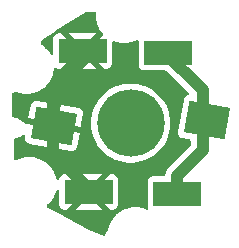
<source format=gbr>
%TF.GenerationSoftware,KiCad,Pcbnew,7.0.9-7.0.9~ubuntu22.04.1*%
%TF.CreationDate,2023-12-17T21:41:32+01:00*%
%TF.ProjectId,StarPCB,53746172-5043-4422-9e6b-696361645f70,rev?*%
%TF.SameCoordinates,Original*%
%TF.FileFunction,Copper,L1,Top*%
%TF.FilePolarity,Positive*%
%FSLAX46Y46*%
G04 Gerber Fmt 4.6, Leading zero omitted, Abs format (unit mm)*
G04 Created by KiCad (PCBNEW 7.0.9-7.0.9~ubuntu22.04.1) date 2023-12-17 21:41:32*
%MOMM*%
%LPD*%
G01*
G04 APERTURE LIST*
G04 Aperture macros list*
%AMRoundRect*
0 Rectangle with rounded corners*
0 $1 Rounding radius*
0 $2 $3 $4 $5 $6 $7 $8 $9 X,Y pos of 4 corners*
0 Add a 4 corners polygon primitive as box body*
4,1,4,$2,$3,$4,$5,$6,$7,$8,$9,$2,$3,0*
0 Add four circle primitives for the rounded corners*
1,1,$1+$1,$2,$3*
1,1,$1+$1,$4,$5*
1,1,$1+$1,$6,$7*
1,1,$1+$1,$8,$9*
0 Add four rect primitives between the rounded corners*
20,1,$1+$1,$2,$3,$4,$5,0*
20,1,$1+$1,$4,$5,$6,$7,0*
20,1,$1+$1,$6,$7,$8,$9,0*
20,1,$1+$1,$8,$9,$2,$3,0*%
%AMRotRect*
0 Rectangle, with rotation*
0 The origin of the aperture is its center*
0 $1 length*
0 $2 width*
0 $3 Rotation angle, in degrees counterclockwise*
0 Add horizontal line*
21,1,$1,$2,0,0,$3*%
G04 Aperture macros list end*
%TA.AperFunction,SMDPad,CuDef*%
%ADD10RoundRect,0.020000X-1.980000X-0.980000X1.980000X-0.980000X1.980000X0.980000X-1.980000X0.980000X0*%
%TD*%
%TA.AperFunction,SMDPad,CuDef*%
%ADD11RotRect,3.500000X2.700000X350.000000*%
%TD*%
%TA.AperFunction,SMDPad,CuDef*%
%ADD12C,5.700000*%
%TD*%
%TA.AperFunction,Conductor*%
%ADD13C,1.000000*%
%TD*%
%TA.AperFunction,Conductor*%
%ADD14C,0.250000*%
%TD*%
G04 APERTURE END LIST*
D10*
%TO.P,J1,1,Pin_1*%
%TO.N,VCC*%
X124839000Y-66677000D03*
%TD*%
D11*
%TO.P,D1,1,K*%
%TO.N,GND*%
X115178046Y-72870825D03*
%TO.P,D1,2,A*%
%TO.N,VCC*%
X128153954Y-72417175D03*
D12*
%TO.P,D1,3*%
%TO.N,N/C*%
X121666000Y-72644000D03*
%TD*%
D10*
%TO.P,J4,1,Pin_1*%
%TO.N,GND*%
X118110000Y-78486000D03*
%TD*%
%TO.P,J5,1,Pin_1*%
%TO.N,GND*%
X117602000Y-66548000D03*
%TD*%
%TO.P,J2,1,Pin_1*%
%TO.N,VCC*%
X125601000Y-78615000D03*
%TD*%
D13*
%TO.N,GND*%
X118489000Y-66423000D02*
X115062000Y-69850000D01*
X118110000Y-78236000D02*
X118110000Y-78486000D01*
X115062000Y-75188000D02*
X118110000Y-78236000D01*
X115062000Y-69850000D02*
X115062000Y-75188000D01*
%TO.N,VCC*%
X127762000Y-69854000D02*
X124331000Y-66423000D01*
X125601000Y-77091000D02*
X125601000Y-78615000D01*
X124585000Y-78615000D02*
X124585000Y-78107000D01*
X127762000Y-71294000D02*
X127762000Y-69854000D01*
X127762000Y-74930000D02*
X125601000Y-77091000D01*
D14*
X127762000Y-70866000D02*
X127762000Y-71294000D01*
D13*
X127762000Y-74930000D02*
X127762000Y-70866000D01*
%TD*%
%TA.AperFunction,Conductor*%
%TO.N,GND*%
G36*
X118717317Y-63236236D02*
G01*
X118752072Y-63268559D01*
X118753582Y-63270634D01*
X118777112Y-63336422D01*
X118774971Y-63367615D01*
X118773594Y-63374590D01*
X118773551Y-63374807D01*
X118773054Y-63377440D01*
X118773015Y-63377725D01*
X118766279Y-63414480D01*
X118766160Y-63415967D01*
X118764385Y-63426467D01*
X118764166Y-63427362D01*
X118762883Y-63435350D01*
X118761087Y-63446126D01*
X118761015Y-63447395D01*
X118758214Y-63465462D01*
X118758173Y-63465732D01*
X118757880Y-63467759D01*
X118757861Y-63467941D01*
X118755250Y-63486465D01*
X118754955Y-63487797D01*
X118753884Y-63496156D01*
X118753701Y-63497467D01*
X118753649Y-63498005D01*
X118750521Y-63522645D01*
X118750435Y-63523097D01*
X118750011Y-63526668D01*
X118749991Y-63526851D01*
X118746794Y-63555129D01*
X118746507Y-63557131D01*
X118746619Y-63559158D01*
X118749521Y-63670933D01*
X118749455Y-63672594D01*
X118749623Y-63675026D01*
X118749623Y-63675028D01*
X118749629Y-63675115D01*
X118749632Y-63675200D01*
X118749632Y-63675202D01*
X118749725Y-63677836D01*
X118749969Y-63679489D01*
X118758412Y-63787760D01*
X118758446Y-63789562D01*
X118758492Y-63789905D01*
X118758833Y-63793120D01*
X118758879Y-63793700D01*
X118759217Y-63795446D01*
X118773080Y-63901829D01*
X118773192Y-63903694D01*
X118773402Y-63904853D01*
X118773848Y-63907692D01*
X118773926Y-63908283D01*
X118774328Y-63909926D01*
X118793681Y-64015609D01*
X118793871Y-64017121D01*
X118794306Y-64019036D01*
X118794306Y-64019039D01*
X118794323Y-64019114D01*
X118794341Y-64019208D01*
X118794341Y-64019209D01*
X118794778Y-64021489D01*
X118795257Y-64023063D01*
X118819635Y-64126073D01*
X118819940Y-64127860D01*
X118820142Y-64128555D01*
X118820927Y-64131529D01*
X118821162Y-64132519D01*
X118821804Y-64134263D01*
X118823457Y-64139940D01*
X118851175Y-64235135D01*
X118851540Y-64236740D01*
X118852214Y-64238716D01*
X118852214Y-64238718D01*
X118852244Y-64238806D01*
X118852267Y-64238883D01*
X118852268Y-64238884D01*
X118853824Y-64244096D01*
X118855164Y-64247224D01*
X118887706Y-64341023D01*
X118888199Y-64342855D01*
X118888609Y-64343868D01*
X118889700Y-64346771D01*
X118890920Y-64350283D01*
X118892545Y-64353601D01*
X118929663Y-64445415D01*
X118930187Y-64447015D01*
X118931238Y-64449322D01*
X118931239Y-64449324D01*
X118931275Y-64449403D01*
X118931308Y-64449483D01*
X118931309Y-64449484D01*
X118932183Y-64451603D01*
X118932956Y-64453032D01*
X118976671Y-64547337D01*
X118977272Y-64548880D01*
X118978344Y-64550948D01*
X118981221Y-64557041D01*
X118983102Y-64560007D01*
X118988820Y-64570896D01*
X119028157Y-64645804D01*
X119028894Y-64647487D01*
X119029478Y-64648478D01*
X119030940Y-64651103D01*
X119031374Y-64651929D01*
X119032374Y-64653396D01*
X119085057Y-64742760D01*
X119085808Y-64744209D01*
X119086029Y-64744546D01*
X119087580Y-64747036D01*
X119089924Y-64751006D01*
X119092227Y-64753976D01*
X119143052Y-64831300D01*
X119144901Y-64834602D01*
X119146976Y-64837429D01*
X119148890Y-64840188D01*
X119149383Y-64840941D01*
X119150592Y-64842378D01*
X119211029Y-64925271D01*
X119211958Y-64926738D01*
X119213439Y-64928583D01*
X119213440Y-64928584D01*
X119213493Y-64928650D01*
X119213545Y-64928721D01*
X119217048Y-64933504D01*
X119219529Y-64936142D01*
X119280608Y-65011949D01*
X119281617Y-65013386D01*
X119283269Y-65015251D01*
X119287559Y-65020549D01*
X119290252Y-65023113D01*
X119302104Y-65036458D01*
X119331903Y-65099652D01*
X119322806Y-65168927D01*
X119297071Y-65206480D01*
X117955553Y-66547999D01*
X117955553Y-66548000D01*
X119455553Y-68048000D01*
X119622713Y-68048000D01*
X119706274Y-68037964D01*
X119706279Y-68037963D01*
X119839249Y-67985526D01*
X119839255Y-67985523D01*
X119953152Y-67899152D01*
X120039523Y-67785255D01*
X120039526Y-67785249D01*
X120091963Y-67652279D01*
X120091964Y-67652274D01*
X120102000Y-67568712D01*
X120102000Y-65819084D01*
X120121685Y-65752045D01*
X120174489Y-65706290D01*
X120243647Y-65696346D01*
X120270499Y-65703344D01*
X120279488Y-65706801D01*
X120283179Y-65708566D01*
X120286871Y-65709757D01*
X120290585Y-65711087D01*
X120295246Y-65712925D01*
X120299520Y-65713918D01*
X120389441Y-65743598D01*
X120393131Y-65745114D01*
X120396035Y-65745892D01*
X120399806Y-65747030D01*
X120404559Y-65748631D01*
X120408760Y-65749399D01*
X120500304Y-65774759D01*
X120504081Y-65776122D01*
X120507620Y-65776895D01*
X120511336Y-65777827D01*
X120515510Y-65779012D01*
X120519637Y-65779588D01*
X120618844Y-65801927D01*
X120620665Y-65802472D01*
X120621535Y-65802622D01*
X120624860Y-65803286D01*
X120629075Y-65804249D01*
X120633003Y-65804615D01*
X120729193Y-65821375D01*
X120733048Y-65822365D01*
X120737207Y-65822864D01*
X120740635Y-65823373D01*
X120746268Y-65824370D01*
X120750454Y-65824500D01*
X120847680Y-65836556D01*
X120851551Y-65837318D01*
X120854603Y-65837524D01*
X120858495Y-65837909D01*
X120863657Y-65838585D01*
X120868031Y-65838508D01*
X120966777Y-65845839D01*
X120970897Y-65846450D01*
X120973715Y-65846487D01*
X120978061Y-65846696D01*
X120982067Y-65847030D01*
X120986381Y-65846776D01*
X121087101Y-65849268D01*
X121091323Y-65849701D01*
X121094719Y-65849583D01*
X121099006Y-65849581D01*
X121103267Y-65849726D01*
X121107622Y-65849242D01*
X121208107Y-65846754D01*
X121212321Y-65846975D01*
X121215607Y-65846699D01*
X121220020Y-65846485D01*
X121223723Y-65846437D01*
X121228079Y-65845751D01*
X121326565Y-65838437D01*
X121330870Y-65838482D01*
X121335143Y-65837916D01*
X121339176Y-65837515D01*
X121343014Y-65837259D01*
X121347096Y-65836417D01*
X121436393Y-65825342D01*
X121450408Y-65823604D01*
X121452437Y-65823493D01*
X121452616Y-65823460D01*
X121456957Y-65822815D01*
X121460161Y-65822454D01*
X121464274Y-65821406D01*
X121559971Y-65804728D01*
X121564316Y-65804348D01*
X121568450Y-65803376D01*
X121572583Y-65802550D01*
X121576545Y-65801897D01*
X121580646Y-65800609D01*
X121674214Y-65779538D01*
X121678524Y-65778931D01*
X121682119Y-65777891D01*
X121686329Y-65776831D01*
X121689409Y-65776168D01*
X121693307Y-65774767D01*
X121785287Y-65749282D01*
X121789583Y-65748482D01*
X121793690Y-65747085D01*
X121797850Y-65745830D01*
X121801748Y-65744801D01*
X121805840Y-65743053D01*
X121894569Y-65713762D01*
X121898976Y-65712722D01*
X121902850Y-65711173D01*
X121907032Y-65709671D01*
X121911483Y-65708250D01*
X121915479Y-65706284D01*
X122002396Y-65672852D01*
X122006128Y-65671747D01*
X122010143Y-65669963D01*
X122013199Y-65668702D01*
X122018738Y-65666586D01*
X122022334Y-65664581D01*
X122107373Y-65627077D01*
X122111171Y-65625723D01*
X122113853Y-65624353D01*
X122117756Y-65622526D01*
X122121256Y-65621033D01*
X122124981Y-65618772D01*
X122159081Y-65601734D01*
X122227850Y-65589383D01*
X122292380Y-65616170D01*
X122332184Y-65673593D01*
X122338500Y-65712662D01*
X122338500Y-67697754D01*
X122347109Y-67769446D01*
X122348544Y-67781396D01*
X122401033Y-67914498D01*
X122401034Y-67914500D01*
X122401035Y-67914501D01*
X122487490Y-68028510D01*
X122586778Y-68103802D01*
X122601499Y-68114965D01*
X122601501Y-68114966D01*
X122668052Y-68141210D01*
X122734605Y-68167456D01*
X122818246Y-68177500D01*
X124619217Y-68177500D01*
X124686256Y-68197185D01*
X124706898Y-68213819D01*
X126585075Y-70091996D01*
X126618560Y-70153319D01*
X126613576Y-70223011D01*
X126571704Y-70278944D01*
X126519897Y-70301618D01*
X126503379Y-70304666D01*
X126503376Y-70304667D01*
X126374940Y-70369598D01*
X126374936Y-70369600D01*
X126269991Y-70468085D01*
X126197046Y-70592147D01*
X126197043Y-70592154D01*
X126180385Y-70649730D01*
X126180382Y-70649740D01*
X125694908Y-73403003D01*
X125694907Y-73403013D01*
X125692419Y-73439860D01*
X125690867Y-73462833D01*
X125716981Y-73604366D01*
X125781914Y-73732808D01*
X125880402Y-73837755D01*
X125938423Y-73871870D01*
X125978967Y-73895709D01*
X126004467Y-73910702D01*
X126025787Y-73916870D01*
X126062058Y-73927364D01*
X126062068Y-73927366D01*
X126482255Y-74001455D01*
X126659032Y-74032626D01*
X126721635Y-74063652D01*
X126757526Y-74123599D01*
X126761500Y-74154742D01*
X126761500Y-74464217D01*
X126741815Y-74531256D01*
X126725181Y-74551898D01*
X124902532Y-76374546D01*
X124837946Y-76435942D01*
X124802899Y-76486294D01*
X124800062Y-76490056D01*
X124761302Y-76537592D01*
X124761299Y-76537597D01*
X124745392Y-76568047D01*
X124741324Y-76574761D01*
X124721702Y-76602954D01*
X124697509Y-76659330D01*
X124695488Y-76663584D01*
X124667091Y-76717951D01*
X124667090Y-76717952D01*
X124657640Y-76750975D01*
X124655007Y-76758371D01*
X124641459Y-76789943D01*
X124629113Y-76850019D01*
X124627990Y-76854595D01*
X124611113Y-76913577D01*
X124611113Y-76913579D01*
X124608503Y-76947841D01*
X124607414Y-76955608D01*
X124604441Y-76970078D01*
X124600499Y-76989259D01*
X124599864Y-76995513D01*
X124597770Y-76995300D01*
X124580815Y-77053042D01*
X124528011Y-77098797D01*
X124495279Y-77108572D01*
X124465920Y-77113070D01*
X124447146Y-77114500D01*
X123580246Y-77114500D01*
X123520502Y-77121674D01*
X123496603Y-77124544D01*
X123363501Y-77177033D01*
X123363499Y-77177034D01*
X123249490Y-77263490D01*
X123163034Y-77377499D01*
X123163033Y-77377501D01*
X123110544Y-77510603D01*
X123110544Y-77510605D01*
X123100500Y-77594246D01*
X123100500Y-79635754D01*
X123109109Y-79707446D01*
X123110544Y-79719396D01*
X123140416Y-79795145D01*
X123146698Y-79864731D01*
X123114362Y-79926668D01*
X123053673Y-79961289D01*
X122983900Y-79957604D01*
X122978534Y-79955575D01*
X122899363Y-79923526D01*
X122884370Y-79917456D01*
X122880695Y-79915650D01*
X122877664Y-79914626D01*
X122874245Y-79913358D01*
X122873849Y-79913197D01*
X122871895Y-79912680D01*
X122847721Y-79904531D01*
X122758338Y-79874400D01*
X122725749Y-79857710D01*
X122712266Y-79848054D01*
X122708250Y-79844036D01*
X122696877Y-79836901D01*
X122695348Y-79835879D01*
X122695270Y-79835846D01*
X122693467Y-79835482D01*
X122681605Y-79832730D01*
X122675974Y-79832663D01*
X122214110Y-79755276D01*
X122211659Y-79754736D01*
X122210919Y-79754647D01*
X122210341Y-79754685D01*
X122207866Y-79755101D01*
X122111641Y-79766591D01*
X122086011Y-79766004D01*
X122085935Y-79766923D01*
X122083220Y-79766696D01*
X122078621Y-79766138D01*
X122067942Y-79764436D01*
X122067804Y-79764414D01*
X122067792Y-79764412D01*
X122067734Y-79764403D01*
X122067696Y-79764397D01*
X122052680Y-79762088D01*
X122052344Y-79762051D01*
X122041864Y-79760501D01*
X122041410Y-79760423D01*
X122040878Y-79760452D01*
X121939742Y-79763888D01*
X121938130Y-79763839D01*
X121935593Y-79764030D01*
X121933028Y-79764122D01*
X121931426Y-79764353D01*
X121835092Y-79771823D01*
X121833619Y-79771841D01*
X121830963Y-79772144D01*
X121828214Y-79772373D01*
X121826693Y-79772662D01*
X121731748Y-79784181D01*
X121730271Y-79784261D01*
X121727616Y-79784679D01*
X121727527Y-79784693D01*
X121727442Y-79784704D01*
X121727441Y-79784704D01*
X121724778Y-79785048D01*
X121723355Y-79785382D01*
X121634544Y-79800073D01*
X121631549Y-79800345D01*
X121625525Y-79801562D01*
X121625426Y-79801582D01*
X121625352Y-79801595D01*
X121625351Y-79801595D01*
X121622624Y-79802074D01*
X121621261Y-79802457D01*
X121529081Y-79821815D01*
X121527682Y-79822009D01*
X121524799Y-79822713D01*
X121522154Y-79823294D01*
X121520804Y-79823733D01*
X121429126Y-79847134D01*
X121427905Y-79847375D01*
X121425790Y-79847984D01*
X121425788Y-79847984D01*
X121425715Y-79848005D01*
X121425617Y-79848031D01*
X121425615Y-79848031D01*
X121423294Y-79848647D01*
X121422000Y-79849124D01*
X121332170Y-79876194D01*
X121330665Y-79876545D01*
X121328265Y-79877371D01*
X121325618Y-79878182D01*
X121324198Y-79878788D01*
X121241650Y-79907554D01*
X121238977Y-79908263D01*
X121232632Y-79910697D01*
X121229985Y-79911646D01*
X121228698Y-79912258D01*
X121142622Y-79946422D01*
X121141274Y-79946860D01*
X121138851Y-79947919D01*
X121136216Y-79948993D01*
X121134970Y-79949653D01*
X121051202Y-79987083D01*
X121049715Y-79987625D01*
X121047082Y-79988925D01*
X121041797Y-79991309D01*
X121039077Y-79992916D01*
X120961138Y-80031775D01*
X120959745Y-80032359D01*
X120957400Y-80033639D01*
X120955167Y-80034771D01*
X120953959Y-80035539D01*
X120900782Y-80064918D01*
X120877907Y-80077555D01*
X120875167Y-80078821D01*
X120869944Y-80081955D01*
X120867469Y-80083344D01*
X120866260Y-80084198D01*
X120788421Y-80131589D01*
X120787076Y-80132290D01*
X120784883Y-80133740D01*
X120784883Y-80133741D01*
X120784821Y-80133782D01*
X120784733Y-80133836D01*
X120784732Y-80133836D01*
X120782477Y-80135220D01*
X120781232Y-80136179D01*
X120705269Y-80186936D01*
X120704177Y-80187575D01*
X120702111Y-80189047D01*
X120699931Y-80190537D01*
X120698901Y-80191392D01*
X120625166Y-80245289D01*
X120623993Y-80246039D01*
X120622007Y-80247595D01*
X120622007Y-80247596D01*
X120621933Y-80247654D01*
X120621866Y-80247704D01*
X120621865Y-80247705D01*
X120620111Y-80249013D01*
X120619147Y-80249874D01*
X120547181Y-80307293D01*
X120546069Y-80308084D01*
X120544428Y-80309491D01*
X120542134Y-80311344D01*
X120541063Y-80312416D01*
X120472184Y-80372301D01*
X120470978Y-80373244D01*
X120469664Y-80374495D01*
X120467723Y-80376182D01*
X120466610Y-80377385D01*
X120400400Y-80440070D01*
X120399500Y-80440831D01*
X120397794Y-80442538D01*
X120395568Y-80444699D01*
X120394700Y-80445727D01*
X120331785Y-80510580D01*
X120330728Y-80511537D01*
X120328890Y-80513566D01*
X120327292Y-80515239D01*
X120326435Y-80516321D01*
X120265930Y-80584265D01*
X120264895Y-80585280D01*
X120263068Y-80587480D01*
X120261494Y-80589282D01*
X120260708Y-80590369D01*
X120202860Y-80661224D01*
X120202023Y-80662133D01*
X120200471Y-80664151D01*
X120198934Y-80666067D01*
X120198150Y-80667259D01*
X120143570Y-80740321D01*
X120142656Y-80741395D01*
X120141156Y-80743553D01*
X120137373Y-80748711D01*
X120135886Y-80751286D01*
X120090413Y-80818001D01*
X120088449Y-80820475D01*
X120085272Y-80825544D01*
X120083883Y-80827601D01*
X120083159Y-80828951D01*
X120038014Y-80901816D01*
X120036286Y-80904177D01*
X120032903Y-80910066D01*
X120031412Y-80912549D01*
X120030853Y-80913722D01*
X119986057Y-80993649D01*
X119985296Y-80994834D01*
X119984192Y-80996980D01*
X119982886Y-80999346D01*
X119982288Y-81000759D01*
X119940793Y-81083113D01*
X119940039Y-81084425D01*
X119939215Y-81086248D01*
X119937946Y-81088784D01*
X119937376Y-81090338D01*
X119899725Y-81174128D01*
X119899014Y-81175478D01*
X119898110Y-81177723D01*
X119897057Y-81180090D01*
X119896565Y-81181615D01*
X119862498Y-81267496D01*
X119861865Y-81268828D01*
X119860951Y-81271396D01*
X119858648Y-81277381D01*
X119857891Y-81280250D01*
X119829053Y-81363699D01*
X119828564Y-81364892D01*
X119827881Y-81367090D01*
X119827047Y-81369590D01*
X119826728Y-81370992D01*
X119799994Y-81461382D01*
X119799540Y-81462654D01*
X119798994Y-81464764D01*
X119797301Y-81470721D01*
X119796801Y-81473645D01*
X119775395Y-81560297D01*
X119774916Y-81561809D01*
X119774404Y-81564310D01*
X119773839Y-81566648D01*
X119773631Y-81568185D01*
X119756993Y-81651705D01*
X119748420Y-81678456D01*
X119537605Y-82145919D01*
X119492100Y-82198939D01*
X119425155Y-82218941D01*
X119377416Y-82209627D01*
X118157156Y-81707920D01*
X118150986Y-81704976D01*
X115490520Y-80250162D01*
X114668425Y-79800618D01*
X114619050Y-79751183D01*
X114612018Y-79735904D01*
X114602766Y-79711578D01*
X114582637Y-79655126D01*
X114578662Y-79585370D01*
X114613032Y-79524538D01*
X114620803Y-79517599D01*
X114648182Y-79495159D01*
X114652014Y-79492534D01*
X114654846Y-79489888D01*
X114658226Y-79486952D01*
X114659680Y-79485424D01*
X114745640Y-79406500D01*
X114748905Y-79403932D01*
X114751388Y-79401372D01*
X114754073Y-79398765D01*
X114757486Y-79395645D01*
X114760264Y-79392247D01*
X114835905Y-79314546D01*
X114839245Y-79311643D01*
X114841865Y-79308603D01*
X114844635Y-79305594D01*
X114847063Y-79303124D01*
X114849628Y-79299664D01*
X114921137Y-79217462D01*
X114924314Y-79214368D01*
X114926640Y-79211336D01*
X114929326Y-79208070D01*
X114931327Y-79205799D01*
X114933688Y-79202235D01*
X115000612Y-79116002D01*
X115003642Y-79112681D01*
X115005463Y-79109992D01*
X115008130Y-79106345D01*
X115008182Y-79106278D01*
X115009266Y-79104445D01*
X115073895Y-79010791D01*
X115076723Y-79007311D01*
X115078277Y-79004710D01*
X115080823Y-79000790D01*
X115082183Y-78998857D01*
X115084158Y-78995036D01*
X115102953Y-78964249D01*
X115140275Y-78903108D01*
X115142935Y-78899508D01*
X115145115Y-78895403D01*
X115147053Y-78892017D01*
X115149023Y-78888810D01*
X115150736Y-78884903D01*
X115178075Y-78833899D01*
X115201320Y-78790530D01*
X115203706Y-78786851D01*
X115205447Y-78783080D01*
X115207200Y-78779575D01*
X115208889Y-78776449D01*
X115210377Y-78772478D01*
X115256281Y-78673926D01*
X115258357Y-78670190D01*
X115259187Y-78668053D01*
X115261071Y-78663700D01*
X115262338Y-78661053D01*
X115263684Y-78656725D01*
X115303757Y-78556287D01*
X115305665Y-78552380D01*
X115306507Y-78549799D01*
X115308124Y-78545410D01*
X115309428Y-78542242D01*
X115310540Y-78537699D01*
X115344335Y-78436787D01*
X115346204Y-78432453D01*
X115347079Y-78429101D01*
X115348448Y-78424567D01*
X115349479Y-78421569D01*
X115350315Y-78417144D01*
X115366378Y-78358300D01*
X115403022Y-78298814D01*
X115466012Y-78268581D01*
X115535347Y-78277201D01*
X115589016Y-78321939D01*
X115609977Y-78388590D01*
X115610000Y-78390959D01*
X115610000Y-79506712D01*
X115620035Y-79590274D01*
X115620036Y-79590279D01*
X115672473Y-79723249D01*
X115672476Y-79723255D01*
X115758847Y-79837152D01*
X115872744Y-79923523D01*
X115872750Y-79923526D01*
X116005720Y-79975963D01*
X116005725Y-79975964D01*
X116089287Y-79986000D01*
X116256447Y-79986000D01*
X116256447Y-79985999D01*
X116963553Y-79985999D01*
X116963554Y-79986000D01*
X119256446Y-79986000D01*
X119256446Y-79985999D01*
X118110001Y-78839553D01*
X118109999Y-78839553D01*
X116963553Y-79985999D01*
X116256447Y-79985999D01*
X117756447Y-78486000D01*
X118463553Y-78486000D01*
X119963553Y-79986000D01*
X120130713Y-79986000D01*
X120214274Y-79975964D01*
X120214279Y-79975963D01*
X120347249Y-79923526D01*
X120347255Y-79923523D01*
X120461152Y-79837152D01*
X120547523Y-79723255D01*
X120547526Y-79723249D01*
X120599963Y-79590279D01*
X120599964Y-79590274D01*
X120610000Y-79506712D01*
X120610000Y-77465287D01*
X120599964Y-77381725D01*
X120599963Y-77381720D01*
X120547526Y-77248750D01*
X120547523Y-77248744D01*
X120461152Y-77134847D01*
X120347255Y-77048476D01*
X120347249Y-77048473D01*
X120214279Y-76996036D01*
X120214274Y-76996035D01*
X120130713Y-76986000D01*
X119963552Y-76986000D01*
X118463553Y-78486000D01*
X117756447Y-78486000D01*
X116256447Y-76986000D01*
X116963553Y-76986000D01*
X118110000Y-78132446D01*
X119256446Y-76986000D01*
X116963553Y-76986000D01*
X116256447Y-76986000D01*
X116089287Y-76986000D01*
X116005725Y-76996035D01*
X116005720Y-76996036D01*
X115872750Y-77048473D01*
X115872744Y-77048476D01*
X115758847Y-77134847D01*
X115672476Y-77248744D01*
X115672474Y-77248748D01*
X115627165Y-77363643D01*
X115584259Y-77418786D01*
X115518351Y-77441979D01*
X115450367Y-77425858D01*
X115401891Y-77375541D01*
X115396805Y-77360984D01*
X115396320Y-77361184D01*
X115395078Y-77358160D01*
X115389423Y-77340885D01*
X115374751Y-77281697D01*
X115367409Y-77252079D01*
X115366728Y-77247815D01*
X115365479Y-77243791D01*
X115364369Y-77239733D01*
X115364304Y-77239462D01*
X115363588Y-77237569D01*
X115335624Y-77144708D01*
X115334740Y-77140648D01*
X115333502Y-77137254D01*
X115332219Y-77133337D01*
X115332131Y-77133036D01*
X115331330Y-77131195D01*
X115322292Y-77105796D01*
X115298632Y-77039308D01*
X115297671Y-77035812D01*
X115296077Y-77031926D01*
X115295048Y-77029242D01*
X115293652Y-77025333D01*
X115292010Y-77022056D01*
X115257210Y-76937664D01*
X115255998Y-76933829D01*
X115253861Y-76929316D01*
X115252520Y-76926278D01*
X115251085Y-76922777D01*
X115249211Y-76919456D01*
X115209887Y-76835984D01*
X115208491Y-76832301D01*
X115206545Y-76828674D01*
X115204973Y-76825535D01*
X115204842Y-76825255D01*
X115203894Y-76823708D01*
X115185912Y-76789942D01*
X115158401Y-76738281D01*
X115156741Y-76734393D01*
X115154312Y-76730382D01*
X115152443Y-76727073D01*
X115150889Y-76724112D01*
X115148626Y-76720884D01*
X115100813Y-76640820D01*
X115099224Y-76637648D01*
X115096072Y-76632881D01*
X115093175Y-76628053D01*
X115090955Y-76625195D01*
X115039702Y-76548206D01*
X115037842Y-76544843D01*
X115034869Y-76540815D01*
X115033166Y-76538389D01*
X115030840Y-76534901D01*
X115028433Y-76532105D01*
X114997363Y-76490056D01*
X114972688Y-76456661D01*
X114970813Y-76453691D01*
X114967269Y-76449320D01*
X114967269Y-76449319D01*
X114967209Y-76449245D01*
X114967162Y-76449182D01*
X114967161Y-76449181D01*
X114963654Y-76444481D01*
X114961235Y-76441938D01*
X114906138Y-76374547D01*
X114902074Y-76369576D01*
X114899945Y-76366506D01*
X114896747Y-76362952D01*
X114894879Y-76360778D01*
X114892310Y-76357644D01*
X114889692Y-76355135D01*
X114860625Y-76322941D01*
X114826363Y-76284994D01*
X114824264Y-76282268D01*
X114819807Y-76277732D01*
X114815569Y-76273090D01*
X114812893Y-76270792D01*
X114751609Y-76209274D01*
X114745037Y-76199259D01*
X114738702Y-76192817D01*
X114737063Y-76190832D01*
X114731097Y-76185070D01*
X114731096Y-76185068D01*
X114731093Y-76185066D01*
X114731060Y-76185034D01*
X114726276Y-76181747D01*
X114711573Y-76169900D01*
X114645390Y-76107693D01*
X114644222Y-76106435D01*
X114642220Y-76104715D01*
X114640355Y-76102977D01*
X114638986Y-76101959D01*
X114563757Y-76037843D01*
X114561171Y-76035255D01*
X114556103Y-76031320D01*
X114554214Y-76029719D01*
X114552787Y-76028760D01*
X114474803Y-75968554D01*
X114471941Y-75965950D01*
X114468070Y-75963257D01*
X114465511Y-75961377D01*
X114464892Y-75960897D01*
X114463343Y-75959960D01*
X114416109Y-75926992D01*
X114383504Y-75904234D01*
X114380509Y-75901721D01*
X114375646Y-75898662D01*
X114373143Y-75897002D01*
X114372486Y-75896543D01*
X114370943Y-75895703D01*
X114286773Y-75842754D01*
X114283911Y-75840651D01*
X114279174Y-75837969D01*
X114279091Y-75837922D01*
X114279024Y-75837880D01*
X114279023Y-75837879D01*
X114274078Y-75834780D01*
X114270813Y-75833250D01*
X114188949Y-75787041D01*
X114186036Y-75785111D01*
X114181136Y-75782631D01*
X114179043Y-75781456D01*
X114177482Y-75780791D01*
X114084591Y-75734025D01*
X114083093Y-75733137D01*
X114080762Y-75732093D01*
X114080666Y-75732050D01*
X114080604Y-75732019D01*
X114080602Y-75732018D01*
X114078288Y-75730861D01*
X114076675Y-75730272D01*
X113981771Y-75687996D01*
X113980312Y-75687226D01*
X113977986Y-75686307D01*
X113977985Y-75686306D01*
X113977899Y-75686272D01*
X113977824Y-75686239D01*
X113977821Y-75686238D01*
X113975763Y-75685332D01*
X113974230Y-75684841D01*
X113876661Y-75646791D01*
X113875203Y-75646116D01*
X113873073Y-75645389D01*
X113873072Y-75645388D01*
X113872990Y-75645360D01*
X113872907Y-75645328D01*
X113872905Y-75645328D01*
X113870390Y-75644358D01*
X113868732Y-75643927D01*
X113775125Y-75612421D01*
X113771725Y-75610983D01*
X113767563Y-75609799D01*
X113764671Y-75608900D01*
X113764224Y-75608748D01*
X113762581Y-75608381D01*
X113661627Y-75579621D01*
X113660091Y-75579069D01*
X113657486Y-75578442D01*
X113654971Y-75577740D01*
X113653356Y-75577473D01*
X113556310Y-75554715D01*
X113553145Y-75553721D01*
X113547344Y-75552608D01*
X113547245Y-75552589D01*
X113547174Y-75552573D01*
X113545030Y-75552090D01*
X113543553Y-75551905D01*
X113513492Y-75546337D01*
X113439984Y-75532722D01*
X113438266Y-75532279D01*
X113437060Y-75532113D01*
X113434247Y-75531660D01*
X113433483Y-75531519D01*
X113431793Y-75531391D01*
X113326603Y-75517014D01*
X113325068Y-75516709D01*
X113322795Y-75516494D01*
X113320364Y-75516171D01*
X113318699Y-75516131D01*
X113218073Y-75507211D01*
X113214588Y-75506642D01*
X113208991Y-75506402D01*
X113208898Y-75506398D01*
X113208817Y-75506391D01*
X113208816Y-75506391D01*
X113206425Y-75506184D01*
X113204722Y-75506226D01*
X113097925Y-75501860D01*
X113095497Y-75501618D01*
X113093520Y-75501616D01*
X113091097Y-75501826D01*
X113029680Y-75504239D01*
X113027278Y-75504158D01*
X113020607Y-75504594D01*
X113020515Y-75504600D01*
X113020424Y-75504604D01*
X113020423Y-75504604D01*
X113017493Y-75504732D01*
X113016317Y-75504893D01*
X112950502Y-75509496D01*
X112949443Y-75509514D01*
X112947150Y-75509731D01*
X112940430Y-75510228D01*
X112938020Y-75510650D01*
X112877535Y-75516737D01*
X112876451Y-75516787D01*
X112874161Y-75517077D01*
X112874159Y-75517077D01*
X112874072Y-75517088D01*
X112873977Y-75517098D01*
X112873974Y-75517098D01*
X112871903Y-75517316D01*
X112870831Y-75517513D01*
X112805680Y-75526087D01*
X112804582Y-75526155D01*
X112801380Y-75526652D01*
X112798813Y-75527002D01*
X112797694Y-75527251D01*
X112733498Y-75537696D01*
X112732483Y-75537788D01*
X112729063Y-75538417D01*
X112726108Y-75538925D01*
X112725110Y-75539185D01*
X112667432Y-75550382D01*
X112664993Y-75550649D01*
X112657234Y-75552362D01*
X112654964Y-75552811D01*
X112653854Y-75553125D01*
X112619381Y-75560914D01*
X112596265Y-75566137D01*
X112593821Y-75566475D01*
X112585987Y-75568457D01*
X112585986Y-75568457D01*
X112585899Y-75568479D01*
X112585808Y-75568500D01*
X112585805Y-75568501D01*
X112583250Y-75569090D01*
X112582161Y-75569443D01*
X112518658Y-75585838D01*
X112517516Y-75586065D01*
X112515128Y-75586751D01*
X112511999Y-75587574D01*
X112510874Y-75587988D01*
X112482185Y-75596335D01*
X112448988Y-75605994D01*
X112447901Y-75606235D01*
X112444985Y-75607159D01*
X112442077Y-75608035D01*
X112441141Y-75608406D01*
X112384140Y-75626895D01*
X112381833Y-75627463D01*
X112375531Y-75629688D01*
X112372824Y-75630579D01*
X112371756Y-75631040D01*
X112316218Y-75650949D01*
X112313912Y-75651573D01*
X112306758Y-75654341D01*
X112303559Y-75655521D01*
X112302633Y-75655963D01*
X112242344Y-75679680D01*
X112241236Y-75680041D01*
X112238786Y-75681081D01*
X112236210Y-75682111D01*
X112235206Y-75682617D01*
X112175594Y-75708205D01*
X112174456Y-75708605D01*
X112171625Y-75709910D01*
X112169433Y-75710868D01*
X112168519Y-75711356D01*
X112109375Y-75738926D01*
X112108531Y-75739250D01*
X112105374Y-75740791D01*
X112103100Y-75741886D01*
X112102362Y-75742309D01*
X112043284Y-75772094D01*
X112042392Y-75772481D01*
X112040097Y-75773699D01*
X112040096Y-75773700D01*
X112039998Y-75773752D01*
X112039935Y-75773785D01*
X112039933Y-75773786D01*
X112038301Y-75774640D01*
X112037684Y-75775009D01*
X112003290Y-75793704D01*
X111944428Y-75808758D01*
X111914221Y-75808845D01*
X111847125Y-75789354D01*
X111801218Y-75736682D01*
X111789865Y-75685335D01*
X111786147Y-74736131D01*
X115102997Y-74736131D01*
X116627300Y-75004907D01*
X116627311Y-75004908D01*
X116687064Y-75008944D01*
X116828460Y-74982854D01*
X116956772Y-74917986D01*
X116956774Y-74917985D01*
X117061613Y-74819599D01*
X117134486Y-74695659D01*
X117151135Y-74638116D01*
X117151135Y-74638115D01*
X117350451Y-73507734D01*
X115380835Y-73160438D01*
X115102997Y-74736131D01*
X111786147Y-74736131D01*
X111783535Y-74069074D01*
X111802957Y-74001960D01*
X111855581Y-73955998D01*
X111880213Y-73947638D01*
X111888085Y-73945861D01*
X111891034Y-73945434D01*
X111897635Y-73943706D01*
X111907139Y-73941604D01*
X111910111Y-73940507D01*
X111943611Y-73931922D01*
X111947041Y-73931342D01*
X111952171Y-73929797D01*
X111955328Y-73928936D01*
X111961737Y-73927368D01*
X111965028Y-73926077D01*
X111997024Y-73916868D01*
X111999828Y-73916352D01*
X112008772Y-73913489D01*
X112008773Y-73913490D01*
X112008848Y-73913466D01*
X112008949Y-73913437D01*
X112008949Y-73913436D01*
X112017194Y-73911069D01*
X112019856Y-73909937D01*
X112050589Y-73900086D01*
X112054110Y-73899346D01*
X112061541Y-73896635D01*
X112064274Y-73895709D01*
X112071839Y-73893340D01*
X112074949Y-73891867D01*
X112103913Y-73881594D01*
X112107290Y-73880767D01*
X112114447Y-73877918D01*
X112117249Y-73876880D01*
X112126488Y-73873708D01*
X112129900Y-73871875D01*
X112157720Y-73861015D01*
X112160796Y-73860104D01*
X112167436Y-73857227D01*
X112167437Y-73857227D01*
X112167527Y-73857188D01*
X112167605Y-73857158D01*
X112167605Y-73857157D01*
X112177010Y-73853539D01*
X112180040Y-73851832D01*
X112198618Y-73843882D01*
X112228952Y-73837315D01*
X112231553Y-73836374D01*
X112234214Y-73834986D01*
X112237978Y-73833180D01*
X112240714Y-73831978D01*
X112244303Y-73829789D01*
X112248292Y-73827740D01*
X112268117Y-73812123D01*
X112306810Y-73792922D01*
X112310956Y-73791271D01*
X112313965Y-73789536D01*
X112318128Y-73787340D01*
X112321124Y-73785901D01*
X112324826Y-73783416D01*
X112364349Y-73761263D01*
X112373035Y-73756394D01*
X112376637Y-73754721D01*
X112379906Y-73752650D01*
X112382876Y-73750881D01*
X112386737Y-73748725D01*
X112389999Y-73746273D01*
X112434830Y-73717963D01*
X112438587Y-73715975D01*
X112441211Y-73714086D01*
X112444734Y-73711727D01*
X112447846Y-73709794D01*
X112451225Y-73706953D01*
X112492977Y-73677274D01*
X112496567Y-73675104D01*
X112499041Y-73673111D01*
X112502203Y-73670724D01*
X112505709Y-73668248D01*
X112508933Y-73665180D01*
X112536705Y-73642939D01*
X112601334Y-73616401D01*
X112670055Y-73629018D01*
X112721046Y-73676785D01*
X112738118Y-73744537D01*
X112736327Y-73761263D01*
X112719498Y-73856705D01*
X112719496Y-73856717D01*
X112715462Y-73916458D01*
X112715462Y-73916459D01*
X112741553Y-74057858D01*
X112806419Y-74186166D01*
X112806421Y-74186169D01*
X112904807Y-74291008D01*
X113028751Y-74363885D01*
X113086285Y-74380531D01*
X113086291Y-74380532D01*
X114610594Y-74649306D01*
X114888431Y-73073614D01*
X112918815Y-72726318D01*
X112903613Y-72736963D01*
X112837406Y-72759290D01*
X112769639Y-72742278D01*
X112728805Y-72703396D01*
X112728317Y-72702652D01*
X112726346Y-72699095D01*
X112724224Y-72696221D01*
X112722193Y-72693299D01*
X112721845Y-72692766D01*
X112720563Y-72691255D01*
X112703449Y-72668034D01*
X115467659Y-72668034D01*
X117437275Y-73015330D01*
X117502750Y-72644002D01*
X118310579Y-72644002D01*
X118330248Y-73006782D01*
X118330250Y-73006799D01*
X118389024Y-73365303D01*
X118389030Y-73365329D01*
X118486221Y-73715381D01*
X118486226Y-73715396D01*
X118620700Y-74052901D01*
X118620706Y-74052913D01*
X118790878Y-74373892D01*
X118790881Y-74373897D01*
X118790883Y-74373900D01*
X118852482Y-74464751D01*
X118994772Y-74674613D01*
X119219124Y-74938741D01*
X119229979Y-74951521D01*
X119493746Y-75201375D01*
X119782981Y-75421245D01*
X120094292Y-75608555D01*
X120094294Y-75608556D01*
X120094296Y-75608557D01*
X120094300Y-75608559D01*
X120380034Y-75740753D01*
X120424031Y-75761108D01*
X120768330Y-75877116D01*
X121123153Y-75955218D01*
X121484341Y-75994500D01*
X121484347Y-75994500D01*
X121847653Y-75994500D01*
X121847659Y-75994500D01*
X122208847Y-75955218D01*
X122563670Y-75877116D01*
X122907969Y-75761108D01*
X123237708Y-75608555D01*
X123549019Y-75421245D01*
X123838254Y-75201375D01*
X124102021Y-74951521D01*
X124337227Y-74674614D01*
X124541117Y-74373900D01*
X124711298Y-74052905D01*
X124845775Y-73715391D01*
X124846138Y-73714086D01*
X124908508Y-73489448D01*
X124942973Y-73365316D01*
X124976561Y-73160438D01*
X125001749Y-73006799D01*
X125001751Y-73006782D01*
X125003383Y-72976692D01*
X125020651Y-72658204D01*
X125021421Y-72644002D01*
X125021421Y-72643997D01*
X125005008Y-72341278D01*
X125001751Y-72281215D01*
X124997226Y-72253616D01*
X124942975Y-71922696D01*
X124942974Y-71922695D01*
X124942973Y-71922684D01*
X124876645Y-71683791D01*
X124845778Y-71572618D01*
X124845773Y-71572603D01*
X124711299Y-71235098D01*
X124711298Y-71235095D01*
X124541117Y-70914100D01*
X124337227Y-70613386D01*
X124102021Y-70336479D01*
X123838254Y-70086625D01*
X123838244Y-70086617D01*
X123747404Y-70017563D01*
X123549019Y-69866755D01*
X123237708Y-69679445D01*
X123237707Y-69679444D01*
X123237703Y-69679442D01*
X123237699Y-69679440D01*
X122907979Y-69526896D01*
X122907974Y-69526894D01*
X122907969Y-69526892D01*
X122740143Y-69470344D01*
X122563669Y-69410883D01*
X122208845Y-69332781D01*
X121847660Y-69293500D01*
X121847659Y-69293500D01*
X121484341Y-69293500D01*
X121484339Y-69293500D01*
X121123154Y-69332781D01*
X120768330Y-69410883D01*
X120524853Y-69492921D01*
X120424031Y-69526892D01*
X120424028Y-69526893D01*
X120424020Y-69526896D01*
X120094300Y-69679440D01*
X120094296Y-69679442D01*
X119914132Y-69787844D01*
X119782981Y-69866755D01*
X119739653Y-69899692D01*
X119493755Y-70086617D01*
X119493745Y-70086625D01*
X119229978Y-70336479D01*
X118994772Y-70613386D01*
X118790884Y-70914098D01*
X118790878Y-70914107D01*
X118620706Y-71235086D01*
X118620700Y-71235098D01*
X118486226Y-71572603D01*
X118486221Y-71572618D01*
X118389030Y-71922670D01*
X118389024Y-71922696D01*
X118330250Y-72281200D01*
X118330248Y-72281217D01*
X118310579Y-72643997D01*
X118310579Y-72644002D01*
X117502750Y-72644002D01*
X117636594Y-71884941D01*
X117636595Y-71884932D01*
X117640629Y-71825191D01*
X117640629Y-71825190D01*
X117614538Y-71683791D01*
X117549672Y-71555483D01*
X117549670Y-71555480D01*
X117451284Y-71450641D01*
X117327340Y-71377764D01*
X117269806Y-71361118D01*
X117269800Y-71361117D01*
X115745495Y-71092341D01*
X115467659Y-72668034D01*
X112703449Y-72668034D01*
X112697983Y-72660617D01*
X112696604Y-72658496D01*
X112695116Y-72656633D01*
X112693342Y-72654806D01*
X112636054Y-72588651D01*
X112634119Y-72586150D01*
X112633996Y-72586021D01*
X112631604Y-72583943D01*
X112565240Y-72520901D01*
X112563348Y-72518877D01*
X112562225Y-72517899D01*
X112559936Y-72516265D01*
X112485505Y-72457288D01*
X112483689Y-72455668D01*
X112481902Y-72454368D01*
X112479831Y-72453137D01*
X112397610Y-72398429D01*
X112395496Y-72396834D01*
X112394091Y-72395976D01*
X112391688Y-72394782D01*
X112302122Y-72344703D01*
X112300314Y-72343540D01*
X112297482Y-72342087D01*
X112295471Y-72341278D01*
X112245856Y-72318090D01*
X112199688Y-72296513D01*
X112197627Y-72295370D01*
X112194384Y-72293987D01*
X112192113Y-72293264D01*
X112089406Y-72253616D01*
X112087509Y-72252760D01*
X112084501Y-72251709D01*
X112082456Y-72251201D01*
X112050525Y-72241232D01*
X112027087Y-72233914D01*
X113005639Y-72233914D01*
X114975256Y-72581210D01*
X115253093Y-71005517D01*
X113728791Y-70736742D01*
X113728780Y-70736741D01*
X113669027Y-70732705D01*
X113527631Y-70758795D01*
X113399319Y-70823663D01*
X113399317Y-70823664D01*
X113294478Y-70922050D01*
X113221605Y-71045990D01*
X113204956Y-71103533D01*
X113204956Y-71103534D01*
X113005639Y-72233914D01*
X112027087Y-72233914D01*
X111974380Y-72217457D01*
X111972532Y-72216741D01*
X111971904Y-72216584D01*
X111968716Y-72215695D01*
X111968513Y-72215632D01*
X111966643Y-72215290D01*
X111852591Y-72187478D01*
X111850740Y-72186906D01*
X111850615Y-72186884D01*
X111847014Y-72186121D01*
X111846742Y-72186055D01*
X111844758Y-72185830D01*
X111731518Y-72165509D01*
X111727860Y-72164565D01*
X111722308Y-72163853D01*
X111722307Y-72163853D01*
X111722229Y-72163843D01*
X111722141Y-72163828D01*
X111722139Y-72163828D01*
X111720165Y-72163491D01*
X111718390Y-72163390D01*
X111701206Y-72161368D01*
X111636928Y-72133981D01*
X111597660Y-72076189D01*
X111591703Y-72037908D01*
X111591991Y-71922670D01*
X111596343Y-70181689D01*
X111616195Y-70114703D01*
X111669114Y-70069080D01*
X111688129Y-70062261D01*
X111911903Y-70002082D01*
X111981755Y-70003681D01*
X111989766Y-70006539D01*
X111991386Y-70007182D01*
X111993292Y-70008160D01*
X112002724Y-70011675D01*
X112017798Y-70017563D01*
X112019801Y-70017988D01*
X112044691Y-70027190D01*
X112046863Y-70028203D01*
X112054434Y-70030792D01*
X112070268Y-70036696D01*
X112073025Y-70037181D01*
X112093945Y-70044371D01*
X112096647Y-70045633D01*
X112106423Y-70048662D01*
X112106424Y-70048663D01*
X112106495Y-70048685D01*
X112106601Y-70048722D01*
X112106601Y-70048721D01*
X112116418Y-70052148D01*
X112119129Y-70052704D01*
X112150410Y-70062658D01*
X112152590Y-70063528D01*
X112158911Y-70065365D01*
X112158912Y-70065366D01*
X112159029Y-70065400D01*
X112159091Y-70065420D01*
X112159091Y-70065419D01*
X112171381Y-70069384D01*
X112174142Y-70069827D01*
X112202017Y-70077995D01*
X112204703Y-70079026D01*
X112211821Y-70080868D01*
X112220650Y-70083494D01*
X112223264Y-70083937D01*
X112254347Y-70092275D01*
X112256866Y-70093195D01*
X112265012Y-70095136D01*
X112277353Y-70098482D01*
X112280020Y-70098794D01*
X112308681Y-70105780D01*
X112311024Y-70106556D01*
X112318446Y-70108162D01*
X112318447Y-70108163D01*
X112318544Y-70108184D01*
X112318629Y-70108205D01*
X112318629Y-70108204D01*
X112327847Y-70110482D01*
X112330401Y-70110787D01*
X112363108Y-70117969D01*
X112365258Y-70118615D01*
X112372323Y-70119994D01*
X112384995Y-70122781D01*
X112387464Y-70122954D01*
X112399205Y-70125252D01*
X112416434Y-70128623D01*
X112418659Y-70129248D01*
X112426302Y-70130555D01*
X112426303Y-70130556D01*
X112426379Y-70130569D01*
X112426486Y-70130590D01*
X112426486Y-70130589D01*
X112438412Y-70132930D01*
X112440878Y-70133061D01*
X112466896Y-70137535D01*
X112469474Y-70138282D01*
X112480682Y-70139907D01*
X112490641Y-70141638D01*
X112493139Y-70141755D01*
X112522404Y-70146099D01*
X112524995Y-70146764D01*
X112535249Y-70148007D01*
X112547307Y-70149851D01*
X112550106Y-70149864D01*
X112580410Y-70153655D01*
X112583181Y-70154221D01*
X112589986Y-70154853D01*
X112600835Y-70156315D01*
X112604002Y-70156281D01*
X112634324Y-70159370D01*
X112636556Y-70159791D01*
X112644942Y-70160453D01*
X112662564Y-70162244D01*
X112665072Y-70162036D01*
X112687083Y-70163769D01*
X112689792Y-70164267D01*
X112699892Y-70164781D01*
X112699893Y-70164782D01*
X112700011Y-70164788D01*
X112700080Y-70164794D01*
X112700080Y-70164793D01*
X112712164Y-70165844D01*
X112715266Y-70165637D01*
X112743150Y-70167190D01*
X112745440Y-70167541D01*
X112755170Y-70167860D01*
X112765854Y-70168453D01*
X112768200Y-70168285D01*
X112806509Y-70169538D01*
X112808423Y-70169722D01*
X112808721Y-70169715D01*
X112812347Y-70169730D01*
X112816493Y-70169868D01*
X112820704Y-70169424D01*
X112917345Y-70167097D01*
X112921461Y-70167318D01*
X112925026Y-70167030D01*
X112929202Y-70166834D01*
X112934365Y-70166765D01*
X112938855Y-70166011D01*
X113033167Y-70159177D01*
X113037151Y-70159198D01*
X113041091Y-70158699D01*
X113044641Y-70158352D01*
X113049912Y-70157990D01*
X113053953Y-70157131D01*
X113147400Y-70145818D01*
X113151439Y-70145664D01*
X113155856Y-70144892D01*
X113159501Y-70144366D01*
X113164006Y-70143851D01*
X113168025Y-70142814D01*
X113261565Y-70126903D01*
X113265550Y-70126542D01*
X113269415Y-70125671D01*
X113273156Y-70124948D01*
X113278448Y-70124091D01*
X113282626Y-70122756D01*
X113374058Y-70102657D01*
X113377871Y-70102122D01*
X113381895Y-70101021D01*
X113385169Y-70100220D01*
X113391713Y-70098805D01*
X113395704Y-70097279D01*
X113485038Y-70073108D01*
X113488888Y-70072373D01*
X113492459Y-70071199D01*
X113495903Y-70070175D01*
X113501331Y-70068732D01*
X113505180Y-70067084D01*
X113593334Y-70038645D01*
X113597428Y-70037686D01*
X113601170Y-70036240D01*
X113605077Y-70034878D01*
X113609886Y-70033379D01*
X113613891Y-70031434D01*
X113701213Y-69998574D01*
X113705170Y-69997417D01*
X113708164Y-69996087D01*
X113712010Y-69994530D01*
X113716960Y-69992715D01*
X113720849Y-69990584D01*
X113721282Y-69990397D01*
X113804627Y-69954388D01*
X113808500Y-69953111D01*
X113813415Y-69950685D01*
X113816450Y-69949286D01*
X113820999Y-69947336D01*
X113824425Y-69945282D01*
X113860764Y-69927465D01*
X113908481Y-69904071D01*
X113912310Y-69902557D01*
X113915708Y-69900649D01*
X113919181Y-69898840D01*
X113923180Y-69896914D01*
X113926671Y-69894586D01*
X114009032Y-69849163D01*
X114012793Y-69847449D01*
X114015573Y-69845699D01*
X114019315Y-69843521D01*
X114021969Y-69842097D01*
X114025353Y-69839648D01*
X114106547Y-69789607D01*
X114109963Y-69787844D01*
X114113273Y-69785562D01*
X114116054Y-69783751D01*
X114121020Y-69780703D01*
X114124181Y-69778079D01*
X114200655Y-69725663D01*
X114204082Y-69723701D01*
X114207659Y-69720969D01*
X114210402Y-69718989D01*
X114215189Y-69715729D01*
X114218265Y-69712907D01*
X114291899Y-69656970D01*
X114295419Y-69654733D01*
X114298761Y-69651892D01*
X114301871Y-69649416D01*
X114304672Y-69647327D01*
X114307627Y-69644430D01*
X114380407Y-69583285D01*
X114383674Y-69580965D01*
X114386952Y-69577906D01*
X114389570Y-69575597D01*
X114394283Y-69571668D01*
X114397156Y-69568429D01*
X114465772Y-69504753D01*
X114468845Y-69502303D01*
X114471442Y-69499621D01*
X114474001Y-69497125D01*
X114477220Y-69494161D01*
X114479814Y-69491032D01*
X114545590Y-69423627D01*
X114549006Y-69420676D01*
X114551558Y-69417715D01*
X114554697Y-69414333D01*
X114557878Y-69411151D01*
X114560612Y-69407423D01*
X114622934Y-69336879D01*
X114625933Y-69333935D01*
X114627370Y-69332084D01*
X114630451Y-69328416D01*
X114632510Y-69326147D01*
X114634970Y-69322518D01*
X114693313Y-69249483D01*
X114696328Y-69246303D01*
X114698701Y-69242942D01*
X114701279Y-69239545D01*
X114703904Y-69236320D01*
X114706151Y-69232568D01*
X114759988Y-69157871D01*
X114762676Y-69154743D01*
X114765276Y-69150700D01*
X114767332Y-69147698D01*
X114770094Y-69143908D01*
X114772060Y-69140220D01*
X114821729Y-69063580D01*
X114824366Y-69060205D01*
X114826785Y-69055973D01*
X114828753Y-69052759D01*
X114831292Y-69048881D01*
X114833070Y-69045113D01*
X114878613Y-68966579D01*
X114881146Y-68962996D01*
X114883353Y-68958636D01*
X114885314Y-68955058D01*
X114887529Y-68951313D01*
X114889186Y-68947291D01*
X114931427Y-68865361D01*
X114933697Y-68861679D01*
X114934886Y-68858967D01*
X114936894Y-68854814D01*
X114938195Y-68852358D01*
X114939647Y-68848417D01*
X114978398Y-68763130D01*
X114980421Y-68759434D01*
X114981465Y-68756707D01*
X114983228Y-68752557D01*
X114984650Y-68749520D01*
X114985919Y-68745384D01*
X115019516Y-68660488D01*
X115021491Y-68656547D01*
X115022891Y-68652302D01*
X115024378Y-68648268D01*
X115026018Y-68644251D01*
X115027089Y-68639871D01*
X115056604Y-68552878D01*
X115058262Y-68548973D01*
X115058981Y-68546327D01*
X115060408Y-68541775D01*
X115061268Y-68539358D01*
X115062143Y-68535114D01*
X115087332Y-68446596D01*
X115088939Y-68442381D01*
X115089826Y-68438347D01*
X115090977Y-68433899D01*
X115091912Y-68430767D01*
X115092565Y-68426391D01*
X115113345Y-68336526D01*
X115114660Y-68332396D01*
X115115272Y-68328769D01*
X115116140Y-68324529D01*
X115117035Y-68320819D01*
X115117448Y-68316483D01*
X115133669Y-68225828D01*
X115134752Y-68221726D01*
X115135217Y-68217830D01*
X115135809Y-68213926D01*
X115136513Y-68210105D01*
X115136709Y-68205994D01*
X115148474Y-68113637D01*
X115149296Y-68109680D01*
X115149579Y-68105767D01*
X115149964Y-68102026D01*
X115150570Y-68097476D01*
X115150531Y-68093201D01*
X115152708Y-68064675D01*
X115177436Y-67999328D01*
X115233569Y-67957724D01*
X115303284Y-67953072D01*
X115351275Y-67975309D01*
X115364743Y-67985522D01*
X115364750Y-67985526D01*
X115497720Y-68037963D01*
X115497725Y-68037964D01*
X115581287Y-68048000D01*
X115748447Y-68048000D01*
X115748447Y-68047999D01*
X116455553Y-68047999D01*
X116455554Y-68048000D01*
X118748446Y-68048000D01*
X118748446Y-68047999D01*
X117602001Y-66901553D01*
X117601999Y-66901553D01*
X116455553Y-68047999D01*
X115748447Y-68047999D01*
X117248447Y-66548000D01*
X115748447Y-65048000D01*
X116455553Y-65048000D01*
X117602000Y-66194446D01*
X118748446Y-65048000D01*
X116455553Y-65048000D01*
X115748447Y-65048000D01*
X115581287Y-65048000D01*
X115497725Y-65058035D01*
X115497724Y-65058035D01*
X115408904Y-65093061D01*
X115339317Y-65099342D01*
X115313586Y-65085908D01*
X115315961Y-65103563D01*
X115286358Y-65166851D01*
X115268316Y-65183600D01*
X115250846Y-65196847D01*
X115164476Y-65310744D01*
X115164473Y-65310750D01*
X115112036Y-65443720D01*
X115112035Y-65443725D01*
X115102000Y-65527287D01*
X115102000Y-66727125D01*
X115082315Y-66794164D01*
X115029511Y-66839919D01*
X114960353Y-66849863D01*
X114896797Y-66820838D01*
X114871525Y-66790678D01*
X114807521Y-66683448D01*
X114806546Y-66681527D01*
X114804373Y-66678126D01*
X114803032Y-66676404D01*
X114731931Y-66572358D01*
X114729782Y-66568581D01*
X114727210Y-66565258D01*
X114725083Y-66562339D01*
X114724866Y-66562023D01*
X114723527Y-66560515D01*
X114722852Y-66559647D01*
X114642439Y-66456190D01*
X114641288Y-66454475D01*
X114640941Y-66454080D01*
X114638575Y-66451219D01*
X114638329Y-66450903D01*
X114636876Y-66449461D01*
X114553026Y-66354240D01*
X114550560Y-66350934D01*
X114547360Y-66347678D01*
X114545285Y-66345460D01*
X114544952Y-66345086D01*
X114543552Y-66343841D01*
X114541258Y-66341537D01*
X114448980Y-66248867D01*
X114447676Y-66247375D01*
X114447346Y-66247080D01*
X114444787Y-66244662D01*
X114442555Y-66242430D01*
X114439306Y-66239937D01*
X114431135Y-66232681D01*
X114388079Y-66194446D01*
X114342539Y-66154005D01*
X114341063Y-66152495D01*
X114340748Y-66152249D01*
X114337893Y-66149866D01*
X114336236Y-66148715D01*
X114228915Y-66064614D01*
X114227492Y-66063353D01*
X114227222Y-66063165D01*
X114224526Y-66061183D01*
X114224443Y-66061118D01*
X114222880Y-66060166D01*
X114173731Y-66026319D01*
X114157549Y-66015175D01*
X114113501Y-65960940D01*
X114103981Y-65918063D01*
X114103618Y-65909099D01*
X114103400Y-65907839D01*
X114102003Y-65880765D01*
X114102115Y-65878594D01*
X114101337Y-65867849D01*
X114101246Y-65865498D01*
X114101097Y-65864298D01*
X114100113Y-65849726D01*
X114098803Y-65830323D01*
X114098887Y-65828210D01*
X114097896Y-65816891D01*
X114097249Y-65805678D01*
X114095924Y-65793416D01*
X114095279Y-65785111D01*
X114095322Y-65784176D01*
X114093759Y-65771381D01*
X114092785Y-65760893D01*
X114091394Y-65751052D01*
X114090172Y-65740344D01*
X114089707Y-65737697D01*
X114089994Y-65735126D01*
X114089520Y-65719563D01*
X114089570Y-65718612D01*
X114091829Y-65718730D01*
X114097479Y-65668261D01*
X114141293Y-65614232D01*
X114218922Y-65560540D01*
X114649899Y-65280568D01*
X115127304Y-64979874D01*
X115194520Y-64960802D01*
X115244366Y-64975933D01*
X115246447Y-64936543D01*
X115287269Y-64879840D01*
X115297307Y-64872798D01*
X115982210Y-64441414D01*
X117907192Y-63246111D01*
X117970789Y-63227468D01*
X118649999Y-63217534D01*
X118717317Y-63236236D01*
G37*
%TD.AperFunction*%
%TD*%
M02*

</source>
